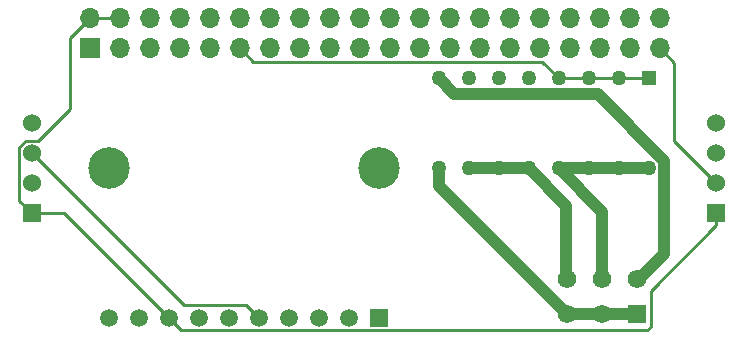
<source format=gbr>
G04 #@! TF.GenerationSoftware,KiCad,Pcbnew,(5.1.6-0-10_14)*
G04 #@! TF.CreationDate,2021-05-11T12:02:37-04:00*
G04 #@! TF.ProjectId,venti-zero,76656e74-692d-47a6-9572-6f2e6b696361,1.0*
G04 #@! TF.SameCoordinates,Original*
G04 #@! TF.FileFunction,Copper,L1,Top*
G04 #@! TF.FilePolarity,Positive*
%FSLAX46Y46*%
G04 Gerber Fmt 4.6, Leading zero omitted, Abs format (unit mm)*
G04 Created by KiCad (PCBNEW (5.1.6-0-10_14)) date 2021-05-11 12:02:37*
%MOMM*%
%LPD*%
G01*
G04 APERTURE LIST*
G04 #@! TA.AperFunction,ComponentPad*
%ADD10R,1.270000X1.270000*%
G04 #@! TD*
G04 #@! TA.AperFunction,ComponentPad*
%ADD11C,1.270000*%
G04 #@! TD*
G04 #@! TA.AperFunction,ViaPad*
%ADD12R,1.570000X1.570000*%
G04 #@! TD*
G04 #@! TA.AperFunction,ViaPad*
%ADD13C,1.570000*%
G04 #@! TD*
G04 #@! TA.AperFunction,ComponentPad*
%ADD14C,1.524000*%
G04 #@! TD*
G04 #@! TA.AperFunction,ComponentPad*
%ADD15R,1.524000X1.524000*%
G04 #@! TD*
G04 #@! TA.AperFunction,ComponentPad*
%ADD16R,1.700000X1.700000*%
G04 #@! TD*
G04 #@! TA.AperFunction,ComponentPad*
%ADD17O,1.700000X1.700000*%
G04 #@! TD*
G04 #@! TA.AperFunction,ComponentPad*
%ADD18R,1.508000X1.508000*%
G04 #@! TD*
G04 #@! TA.AperFunction,ComponentPad*
%ADD19C,1.508000*%
G04 #@! TD*
G04 #@! TA.AperFunction,ComponentPad*
%ADD20C,3.516000*%
G04 #@! TD*
G04 #@! TA.AperFunction,Conductor*
%ADD21C,0.250000*%
G04 #@! TD*
G04 #@! TA.AperFunction,Conductor*
%ADD22C,1.000000*%
G04 #@! TD*
G04 APERTURE END LIST*
D10*
X173229000Y-98378000D03*
D11*
X170689000Y-98378000D03*
X168149000Y-98378000D03*
X165609000Y-98378000D03*
X163069000Y-98378000D03*
X160529000Y-98378000D03*
X157989000Y-98378000D03*
X155449000Y-98378000D03*
X155449000Y-105998000D03*
X157989000Y-105998000D03*
X160529000Y-105998000D03*
X163069000Y-105998000D03*
X165609000Y-105998000D03*
X168149000Y-105998000D03*
X170689000Y-105998000D03*
X173229000Y-105998000D03*
D12*
X172292000Y-118358000D03*
D13*
X169292000Y-118358000D03*
X166292000Y-118358000D03*
X172292000Y-115358000D03*
X169292000Y-115358000D03*
X166292000Y-115358000D03*
D14*
X121032000Y-102188000D03*
X121032000Y-104728000D03*
X121032000Y-107268000D03*
D15*
X121032000Y-109808000D03*
X178944000Y-109808000D03*
D14*
X178944000Y-107268000D03*
X178944000Y-104728000D03*
X178944000Y-102188000D03*
D16*
X125902000Y-95838000D03*
D17*
X125902000Y-93298000D03*
X128442000Y-95838000D03*
X128442000Y-93298000D03*
X130982000Y-95838000D03*
X130982000Y-93298000D03*
X133522000Y-95838000D03*
X133522000Y-93298000D03*
X136062000Y-95838000D03*
X136062000Y-93298000D03*
X138602000Y-95838000D03*
X138602000Y-93298000D03*
X141142000Y-95838000D03*
X141142000Y-93298000D03*
X143682000Y-95838000D03*
X143682000Y-93298000D03*
X146222000Y-95838000D03*
X146222000Y-93298000D03*
X148762000Y-95838000D03*
X148762000Y-93298000D03*
X151302000Y-95838000D03*
X151302000Y-93298000D03*
X153842000Y-95838000D03*
X153842000Y-93298000D03*
X156382000Y-95838000D03*
X156382000Y-93298000D03*
X158922000Y-95838000D03*
X158922000Y-93298000D03*
X161462000Y-95838000D03*
X161462000Y-93298000D03*
X164002000Y-95838000D03*
X164002000Y-93298000D03*
X166542000Y-95838000D03*
X166542000Y-93298000D03*
X169082000Y-95838000D03*
X169082000Y-93298000D03*
X171622000Y-95838000D03*
X171622000Y-93298000D03*
X174162000Y-95838000D03*
X174162000Y-93298000D03*
D18*
X150369000Y-118634500D03*
D19*
X147829000Y-118634500D03*
X145289000Y-118634500D03*
X142749000Y-118634500D03*
X140209000Y-118634500D03*
X137669000Y-118634500D03*
X135129000Y-118634500D03*
X132589000Y-118634500D03*
X130049000Y-118634500D03*
X127509000Y-118634500D03*
D20*
X127509000Y-105934500D03*
X150369000Y-105934500D03*
D21*
X133668001Y-119713501D02*
X132589000Y-118634500D01*
X173091501Y-119713501D02*
X133668001Y-119713501D01*
X173402001Y-119403001D02*
X173091501Y-119713501D01*
X173402001Y-116361999D02*
X173402001Y-119403001D01*
X178944000Y-110820000D02*
X173402001Y-116361999D01*
X178944000Y-109808000D02*
X178944000Y-110820000D01*
X123762500Y-109808000D02*
X121032000Y-109808000D01*
X132589000Y-118634500D02*
X123762500Y-109808000D01*
X124257001Y-94942999D02*
X125902000Y-93298000D01*
X124257001Y-100937759D02*
X124257001Y-94942999D01*
X121553761Y-103640999D02*
X124257001Y-100937759D01*
X120510239Y-103640999D02*
X121553761Y-103640999D01*
X119944999Y-104206239D02*
X120510239Y-103640999D01*
X119944999Y-108720999D02*
X119944999Y-104206239D01*
X121032000Y-109808000D02*
X119944999Y-108720999D01*
X125902000Y-93298000D02*
X128442000Y-93298000D01*
X161462000Y-93998000D02*
X161462000Y-93298000D01*
X175389010Y-103713010D02*
X178944000Y-107268000D01*
X175389010Y-97065010D02*
X175389010Y-103713010D01*
X174162000Y-95838000D02*
X175389010Y-97065010D01*
X173229000Y-98378000D02*
X165609000Y-98378000D01*
X139777001Y-97013001D02*
X138602000Y-95838000D01*
X164244001Y-97013001D02*
X139777001Y-97013001D01*
X165609000Y-98378000D02*
X164244001Y-97013001D01*
D22*
X172292000Y-118358000D02*
X166292000Y-118358000D01*
X155449000Y-107515000D02*
X155449000Y-105998000D01*
X166292000Y-118358000D02*
X155449000Y-107515000D01*
D21*
X133859499Y-117555499D02*
X121032000Y-104728000D01*
X139129999Y-117555499D02*
X133859499Y-117555499D01*
X140209000Y-118634500D02*
X139129999Y-117555499D01*
D22*
X172292000Y-115358000D02*
X172429000Y-115358000D01*
X168919803Y-99713001D02*
X156784001Y-99713001D01*
X156784001Y-99713001D02*
X155449000Y-98378000D01*
X174564001Y-113222999D02*
X174564001Y-105357199D01*
X174564001Y-105357199D02*
X168919803Y-99713001D01*
X172429000Y-115358000D02*
X174564001Y-113222999D01*
X165609000Y-105998000D02*
X173229000Y-105998000D01*
X169292000Y-109681000D02*
X165609000Y-105998000D01*
X169292000Y-115358000D02*
X169292000Y-109681000D01*
X163069000Y-105998000D02*
X157989000Y-105998000D01*
X157989000Y-105998000D02*
X158116000Y-105871000D01*
X166222001Y-115288001D02*
X166292000Y-115358000D01*
X166222001Y-109151001D02*
X166222001Y-115288001D01*
X163069000Y-105998000D02*
X166222001Y-109151001D01*
M02*

</source>
